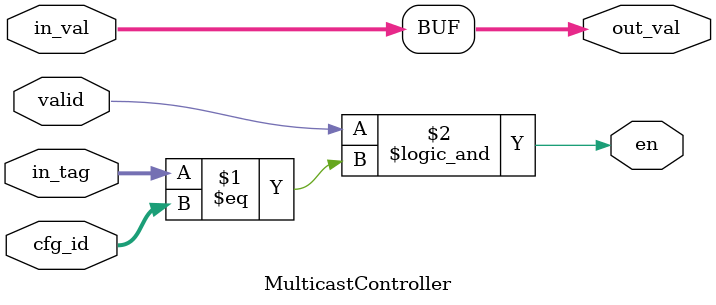
<source format=sv>
module MulticastController (
    input  logic [15:0] in_val,     // input data value
    input  logic [3:0]  in_tag,     // tag for routing (ID of target)
    input  logic        valid,      // input is valid
    input  logic [3:0]  cfg_id,     // this PE's configured ID

    output logic        en,         // enable signal if match
    output logic [15:0] out_val     // forwarded value (always in_val)
);

    assign en      = valid && (in_tag == cfg_id);
    assign out_val = in_val;

endmodule
</source>
